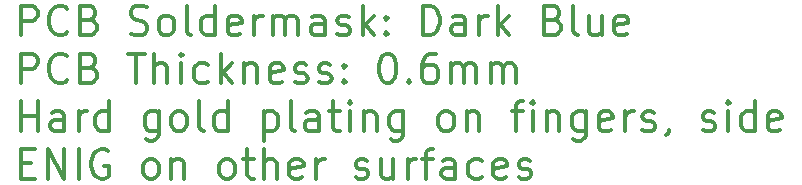
<source format=gbr>
G04 #@! TF.GenerationSoftware,KiCad,Pcbnew,(5.0.1)-3*
G04 #@! TF.CreationDate,2019-04-09T12:58:51+08:00*
G04 #@! TF.ProjectId,tomu-fpga,746F6D752D667067612E6B696361645F,rev?*
G04 #@! TF.SameCoordinates,Original*
G04 #@! TF.FileFunction,Other,ECO1*
%FSLAX45Y45*%
G04 Gerber Fmt 4.5, Leading zero omitted, Abs format (unit mm)*
G04 Created by KiCad (PCBNEW (5.0.1)-3) date 04/09/19 12:58:51*
%MOMM*%
%LPD*%
G01*
G04 APERTURE LIST*
%ADD10C,0.300000*%
G04 APERTURE END LIST*
D10*
X1734024Y-3250595D02*
X1734024Y-3000595D01*
X1829262Y-3000595D01*
X1853071Y-3012500D01*
X1864976Y-3024405D01*
X1876881Y-3048214D01*
X1876881Y-3083928D01*
X1864976Y-3107738D01*
X1853071Y-3119643D01*
X1829262Y-3131548D01*
X1734024Y-3131548D01*
X2126881Y-3226786D02*
X2114976Y-3238690D01*
X2079262Y-3250595D01*
X2055452Y-3250595D01*
X2019738Y-3238690D01*
X1995928Y-3214881D01*
X1984024Y-3191071D01*
X1972119Y-3143452D01*
X1972119Y-3107738D01*
X1984024Y-3060119D01*
X1995928Y-3036309D01*
X2019738Y-3012500D01*
X2055452Y-3000595D01*
X2079262Y-3000595D01*
X2114976Y-3012500D01*
X2126881Y-3024405D01*
X2317357Y-3119643D02*
X2353071Y-3131548D01*
X2364976Y-3143452D01*
X2376881Y-3167262D01*
X2376881Y-3202976D01*
X2364976Y-3226786D01*
X2353071Y-3238690D01*
X2329262Y-3250595D01*
X2234024Y-3250595D01*
X2234024Y-3000595D01*
X2317357Y-3000595D01*
X2341167Y-3012500D01*
X2353071Y-3024405D01*
X2364976Y-3048214D01*
X2364976Y-3072024D01*
X2353071Y-3095833D01*
X2341167Y-3107738D01*
X2317357Y-3119643D01*
X2234024Y-3119643D01*
X2662595Y-3238690D02*
X2698310Y-3250595D01*
X2757833Y-3250595D01*
X2781643Y-3238690D01*
X2793548Y-3226786D01*
X2805452Y-3202976D01*
X2805452Y-3179167D01*
X2793548Y-3155357D01*
X2781643Y-3143452D01*
X2757833Y-3131548D01*
X2710214Y-3119643D01*
X2686405Y-3107738D01*
X2674500Y-3095833D01*
X2662595Y-3072024D01*
X2662595Y-3048214D01*
X2674500Y-3024405D01*
X2686405Y-3012500D01*
X2710214Y-3000595D01*
X2769738Y-3000595D01*
X2805452Y-3012500D01*
X2948309Y-3250595D02*
X2924500Y-3238690D01*
X2912595Y-3226786D01*
X2900690Y-3202976D01*
X2900690Y-3131548D01*
X2912595Y-3107738D01*
X2924500Y-3095833D01*
X2948309Y-3083928D01*
X2984024Y-3083928D01*
X3007833Y-3095833D01*
X3019738Y-3107738D01*
X3031643Y-3131548D01*
X3031643Y-3202976D01*
X3019738Y-3226786D01*
X3007833Y-3238690D01*
X2984024Y-3250595D01*
X2948309Y-3250595D01*
X3174500Y-3250595D02*
X3150690Y-3238690D01*
X3138786Y-3214881D01*
X3138786Y-3000595D01*
X3376881Y-3250595D02*
X3376881Y-3000595D01*
X3376881Y-3238690D02*
X3353071Y-3250595D01*
X3305452Y-3250595D01*
X3281643Y-3238690D01*
X3269738Y-3226786D01*
X3257833Y-3202976D01*
X3257833Y-3131548D01*
X3269738Y-3107738D01*
X3281643Y-3095833D01*
X3305452Y-3083928D01*
X3353071Y-3083928D01*
X3376881Y-3095833D01*
X3591167Y-3238690D02*
X3567357Y-3250595D01*
X3519738Y-3250595D01*
X3495928Y-3238690D01*
X3484024Y-3214881D01*
X3484024Y-3119643D01*
X3495928Y-3095833D01*
X3519738Y-3083928D01*
X3567357Y-3083928D01*
X3591167Y-3095833D01*
X3603071Y-3119643D01*
X3603071Y-3143452D01*
X3484024Y-3167262D01*
X3710214Y-3250595D02*
X3710214Y-3083928D01*
X3710214Y-3131548D02*
X3722119Y-3107738D01*
X3734024Y-3095833D01*
X3757833Y-3083928D01*
X3781643Y-3083928D01*
X3864976Y-3250595D02*
X3864976Y-3083928D01*
X3864976Y-3107738D02*
X3876881Y-3095833D01*
X3900690Y-3083928D01*
X3936405Y-3083928D01*
X3960214Y-3095833D01*
X3972119Y-3119643D01*
X3972119Y-3250595D01*
X3972119Y-3119643D02*
X3984024Y-3095833D01*
X4007833Y-3083928D01*
X4043548Y-3083928D01*
X4067357Y-3095833D01*
X4079262Y-3119643D01*
X4079262Y-3250595D01*
X4305452Y-3250595D02*
X4305452Y-3119643D01*
X4293548Y-3095833D01*
X4269738Y-3083928D01*
X4222119Y-3083928D01*
X4198310Y-3095833D01*
X4305452Y-3238690D02*
X4281643Y-3250595D01*
X4222119Y-3250595D01*
X4198310Y-3238690D01*
X4186405Y-3214881D01*
X4186405Y-3191071D01*
X4198310Y-3167262D01*
X4222119Y-3155357D01*
X4281643Y-3155357D01*
X4305452Y-3143452D01*
X4412595Y-3238690D02*
X4436405Y-3250595D01*
X4484024Y-3250595D01*
X4507833Y-3238690D01*
X4519738Y-3214881D01*
X4519738Y-3202976D01*
X4507833Y-3179167D01*
X4484024Y-3167262D01*
X4448310Y-3167262D01*
X4424500Y-3155357D01*
X4412595Y-3131548D01*
X4412595Y-3119643D01*
X4424500Y-3095833D01*
X4448310Y-3083928D01*
X4484024Y-3083928D01*
X4507833Y-3095833D01*
X4626881Y-3250595D02*
X4626881Y-3000595D01*
X4650690Y-3155357D02*
X4722119Y-3250595D01*
X4722119Y-3083928D02*
X4626881Y-3179167D01*
X4829262Y-3226786D02*
X4841167Y-3238690D01*
X4829262Y-3250595D01*
X4817357Y-3238690D01*
X4829262Y-3226786D01*
X4829262Y-3250595D01*
X4829262Y-3095833D02*
X4841167Y-3107738D01*
X4829262Y-3119643D01*
X4817357Y-3107738D01*
X4829262Y-3095833D01*
X4829262Y-3119643D01*
X5138786Y-3250595D02*
X5138786Y-3000595D01*
X5198310Y-3000595D01*
X5234024Y-3012500D01*
X5257833Y-3036309D01*
X5269738Y-3060119D01*
X5281643Y-3107738D01*
X5281643Y-3143452D01*
X5269738Y-3191071D01*
X5257833Y-3214881D01*
X5234024Y-3238690D01*
X5198310Y-3250595D01*
X5138786Y-3250595D01*
X5495929Y-3250595D02*
X5495929Y-3119643D01*
X5484024Y-3095833D01*
X5460214Y-3083928D01*
X5412595Y-3083928D01*
X5388786Y-3095833D01*
X5495929Y-3238690D02*
X5472119Y-3250595D01*
X5412595Y-3250595D01*
X5388786Y-3238690D01*
X5376881Y-3214881D01*
X5376881Y-3191071D01*
X5388786Y-3167262D01*
X5412595Y-3155357D01*
X5472119Y-3155357D01*
X5495929Y-3143452D01*
X5614976Y-3250595D02*
X5614976Y-3083928D01*
X5614976Y-3131548D02*
X5626881Y-3107738D01*
X5638786Y-3095833D01*
X5662595Y-3083928D01*
X5686405Y-3083928D01*
X5769738Y-3250595D02*
X5769738Y-3000595D01*
X5793548Y-3155357D02*
X5864976Y-3250595D01*
X5864976Y-3083928D02*
X5769738Y-3179167D01*
X6245928Y-3119643D02*
X6281643Y-3131548D01*
X6293548Y-3143452D01*
X6305452Y-3167262D01*
X6305452Y-3202976D01*
X6293548Y-3226786D01*
X6281643Y-3238690D01*
X6257833Y-3250595D01*
X6162595Y-3250595D01*
X6162595Y-3000595D01*
X6245928Y-3000595D01*
X6269738Y-3012500D01*
X6281643Y-3024405D01*
X6293548Y-3048214D01*
X6293548Y-3072024D01*
X6281643Y-3095833D01*
X6269738Y-3107738D01*
X6245928Y-3119643D01*
X6162595Y-3119643D01*
X6448309Y-3250595D02*
X6424500Y-3238690D01*
X6412595Y-3214881D01*
X6412595Y-3000595D01*
X6650690Y-3083928D02*
X6650690Y-3250595D01*
X6543548Y-3083928D02*
X6543548Y-3214881D01*
X6555452Y-3238690D01*
X6579262Y-3250595D01*
X6614976Y-3250595D01*
X6638786Y-3238690D01*
X6650690Y-3226786D01*
X6864976Y-3238690D02*
X6841167Y-3250595D01*
X6793548Y-3250595D01*
X6769738Y-3238690D01*
X6757833Y-3214881D01*
X6757833Y-3119643D01*
X6769738Y-3095833D01*
X6793548Y-3083928D01*
X6841167Y-3083928D01*
X6864976Y-3095833D01*
X6876881Y-3119643D01*
X6876881Y-3143452D01*
X6757833Y-3167262D01*
X1734024Y-3655595D02*
X1734024Y-3405595D01*
X1829262Y-3405595D01*
X1853071Y-3417500D01*
X1864976Y-3429405D01*
X1876881Y-3453214D01*
X1876881Y-3488928D01*
X1864976Y-3512738D01*
X1853071Y-3524643D01*
X1829262Y-3536548D01*
X1734024Y-3536548D01*
X2126881Y-3631786D02*
X2114976Y-3643690D01*
X2079262Y-3655595D01*
X2055452Y-3655595D01*
X2019738Y-3643690D01*
X1995928Y-3619881D01*
X1984024Y-3596071D01*
X1972119Y-3548452D01*
X1972119Y-3512738D01*
X1984024Y-3465119D01*
X1995928Y-3441309D01*
X2019738Y-3417500D01*
X2055452Y-3405595D01*
X2079262Y-3405595D01*
X2114976Y-3417500D01*
X2126881Y-3429405D01*
X2317357Y-3524643D02*
X2353071Y-3536548D01*
X2364976Y-3548452D01*
X2376881Y-3572262D01*
X2376881Y-3607976D01*
X2364976Y-3631786D01*
X2353071Y-3643690D01*
X2329262Y-3655595D01*
X2234024Y-3655595D01*
X2234024Y-3405595D01*
X2317357Y-3405595D01*
X2341167Y-3417500D01*
X2353071Y-3429405D01*
X2364976Y-3453214D01*
X2364976Y-3477024D01*
X2353071Y-3500833D01*
X2341167Y-3512738D01*
X2317357Y-3524643D01*
X2234024Y-3524643D01*
X2638786Y-3405595D02*
X2781643Y-3405595D01*
X2710214Y-3655595D02*
X2710214Y-3405595D01*
X2864976Y-3655595D02*
X2864976Y-3405595D01*
X2972119Y-3655595D02*
X2972119Y-3524643D01*
X2960214Y-3500833D01*
X2936405Y-3488928D01*
X2900690Y-3488928D01*
X2876881Y-3500833D01*
X2864976Y-3512738D01*
X3091167Y-3655595D02*
X3091167Y-3488928D01*
X3091167Y-3405595D02*
X3079262Y-3417500D01*
X3091167Y-3429405D01*
X3103071Y-3417500D01*
X3091167Y-3405595D01*
X3091167Y-3429405D01*
X3317357Y-3643690D02*
X3293548Y-3655595D01*
X3245928Y-3655595D01*
X3222119Y-3643690D01*
X3210214Y-3631786D01*
X3198309Y-3607976D01*
X3198309Y-3536548D01*
X3210214Y-3512738D01*
X3222119Y-3500833D01*
X3245928Y-3488928D01*
X3293548Y-3488928D01*
X3317357Y-3500833D01*
X3424500Y-3655595D02*
X3424500Y-3405595D01*
X3448309Y-3560357D02*
X3519738Y-3655595D01*
X3519738Y-3488928D02*
X3424500Y-3584167D01*
X3626881Y-3488928D02*
X3626881Y-3655595D01*
X3626881Y-3512738D02*
X3638786Y-3500833D01*
X3662595Y-3488928D01*
X3698309Y-3488928D01*
X3722119Y-3500833D01*
X3734024Y-3524643D01*
X3734024Y-3655595D01*
X3948309Y-3643690D02*
X3924500Y-3655595D01*
X3876881Y-3655595D01*
X3853071Y-3643690D01*
X3841167Y-3619881D01*
X3841167Y-3524643D01*
X3853071Y-3500833D01*
X3876881Y-3488928D01*
X3924500Y-3488928D01*
X3948309Y-3500833D01*
X3960214Y-3524643D01*
X3960214Y-3548452D01*
X3841167Y-3572262D01*
X4055452Y-3643690D02*
X4079262Y-3655595D01*
X4126881Y-3655595D01*
X4150690Y-3643690D01*
X4162595Y-3619881D01*
X4162595Y-3607976D01*
X4150690Y-3584167D01*
X4126881Y-3572262D01*
X4091167Y-3572262D01*
X4067357Y-3560357D01*
X4055452Y-3536548D01*
X4055452Y-3524643D01*
X4067357Y-3500833D01*
X4091167Y-3488928D01*
X4126881Y-3488928D01*
X4150690Y-3500833D01*
X4257833Y-3643690D02*
X4281643Y-3655595D01*
X4329262Y-3655595D01*
X4353071Y-3643690D01*
X4364976Y-3619881D01*
X4364976Y-3607976D01*
X4353071Y-3584167D01*
X4329262Y-3572262D01*
X4293548Y-3572262D01*
X4269738Y-3560357D01*
X4257833Y-3536548D01*
X4257833Y-3524643D01*
X4269738Y-3500833D01*
X4293548Y-3488928D01*
X4329262Y-3488928D01*
X4353071Y-3500833D01*
X4472119Y-3631786D02*
X4484024Y-3643690D01*
X4472119Y-3655595D01*
X4460214Y-3643690D01*
X4472119Y-3631786D01*
X4472119Y-3655595D01*
X4472119Y-3500833D02*
X4484024Y-3512738D01*
X4472119Y-3524643D01*
X4460214Y-3512738D01*
X4472119Y-3500833D01*
X4472119Y-3524643D01*
X4829262Y-3405595D02*
X4853071Y-3405595D01*
X4876881Y-3417500D01*
X4888786Y-3429405D01*
X4900690Y-3453214D01*
X4912595Y-3500833D01*
X4912595Y-3560357D01*
X4900690Y-3607976D01*
X4888786Y-3631786D01*
X4876881Y-3643690D01*
X4853071Y-3655595D01*
X4829262Y-3655595D01*
X4805452Y-3643690D01*
X4793548Y-3631786D01*
X4781643Y-3607976D01*
X4769738Y-3560357D01*
X4769738Y-3500833D01*
X4781643Y-3453214D01*
X4793548Y-3429405D01*
X4805452Y-3417500D01*
X4829262Y-3405595D01*
X5019738Y-3631786D02*
X5031643Y-3643690D01*
X5019738Y-3655595D01*
X5007833Y-3643690D01*
X5019738Y-3631786D01*
X5019738Y-3655595D01*
X5245929Y-3405595D02*
X5198310Y-3405595D01*
X5174500Y-3417500D01*
X5162595Y-3429405D01*
X5138786Y-3465119D01*
X5126881Y-3512738D01*
X5126881Y-3607976D01*
X5138786Y-3631786D01*
X5150690Y-3643690D01*
X5174500Y-3655595D01*
X5222119Y-3655595D01*
X5245929Y-3643690D01*
X5257833Y-3631786D01*
X5269738Y-3607976D01*
X5269738Y-3548452D01*
X5257833Y-3524643D01*
X5245929Y-3512738D01*
X5222119Y-3500833D01*
X5174500Y-3500833D01*
X5150690Y-3512738D01*
X5138786Y-3524643D01*
X5126881Y-3548452D01*
X5376881Y-3655595D02*
X5376881Y-3488928D01*
X5376881Y-3512738D02*
X5388786Y-3500833D01*
X5412595Y-3488928D01*
X5448310Y-3488928D01*
X5472119Y-3500833D01*
X5484024Y-3524643D01*
X5484024Y-3655595D01*
X5484024Y-3524643D02*
X5495929Y-3500833D01*
X5519738Y-3488928D01*
X5555452Y-3488928D01*
X5579262Y-3500833D01*
X5591167Y-3524643D01*
X5591167Y-3655595D01*
X5710214Y-3655595D02*
X5710214Y-3488928D01*
X5710214Y-3512738D02*
X5722119Y-3500833D01*
X5745928Y-3488928D01*
X5781643Y-3488928D01*
X5805452Y-3500833D01*
X5817357Y-3524643D01*
X5817357Y-3655595D01*
X5817357Y-3524643D02*
X5829262Y-3500833D01*
X5853071Y-3488928D01*
X5888786Y-3488928D01*
X5912595Y-3500833D01*
X5924500Y-3524643D01*
X5924500Y-3655595D01*
X1734024Y-4060595D02*
X1734024Y-3810595D01*
X1734024Y-3929643D02*
X1876881Y-3929643D01*
X1876881Y-4060595D02*
X1876881Y-3810595D01*
X2103071Y-4060595D02*
X2103071Y-3929643D01*
X2091167Y-3905833D01*
X2067357Y-3893928D01*
X2019738Y-3893928D01*
X1995928Y-3905833D01*
X2103071Y-4048690D02*
X2079262Y-4060595D01*
X2019738Y-4060595D01*
X1995928Y-4048690D01*
X1984024Y-4024881D01*
X1984024Y-4001071D01*
X1995928Y-3977262D01*
X2019738Y-3965357D01*
X2079262Y-3965357D01*
X2103071Y-3953452D01*
X2222119Y-4060595D02*
X2222119Y-3893928D01*
X2222119Y-3941548D02*
X2234024Y-3917738D01*
X2245929Y-3905833D01*
X2269738Y-3893928D01*
X2293548Y-3893928D01*
X2484024Y-4060595D02*
X2484024Y-3810595D01*
X2484024Y-4048690D02*
X2460214Y-4060595D01*
X2412595Y-4060595D01*
X2388786Y-4048690D01*
X2376881Y-4036786D01*
X2364976Y-4012976D01*
X2364976Y-3941548D01*
X2376881Y-3917738D01*
X2388786Y-3905833D01*
X2412595Y-3893928D01*
X2460214Y-3893928D01*
X2484024Y-3905833D01*
X2900690Y-3893928D02*
X2900690Y-4096309D01*
X2888786Y-4120119D01*
X2876881Y-4132024D01*
X2853071Y-4143928D01*
X2817357Y-4143928D01*
X2793548Y-4132024D01*
X2900690Y-4048690D02*
X2876881Y-4060595D01*
X2829262Y-4060595D01*
X2805452Y-4048690D01*
X2793548Y-4036786D01*
X2781643Y-4012976D01*
X2781643Y-3941548D01*
X2793548Y-3917738D01*
X2805452Y-3905833D01*
X2829262Y-3893928D01*
X2876881Y-3893928D01*
X2900690Y-3905833D01*
X3055452Y-4060595D02*
X3031643Y-4048690D01*
X3019738Y-4036786D01*
X3007833Y-4012976D01*
X3007833Y-3941548D01*
X3019738Y-3917738D01*
X3031643Y-3905833D01*
X3055452Y-3893928D01*
X3091167Y-3893928D01*
X3114976Y-3905833D01*
X3126881Y-3917738D01*
X3138786Y-3941548D01*
X3138786Y-4012976D01*
X3126881Y-4036786D01*
X3114976Y-4048690D01*
X3091167Y-4060595D01*
X3055452Y-4060595D01*
X3281643Y-4060595D02*
X3257833Y-4048690D01*
X3245928Y-4024881D01*
X3245928Y-3810595D01*
X3484024Y-4060595D02*
X3484024Y-3810595D01*
X3484024Y-4048690D02*
X3460214Y-4060595D01*
X3412595Y-4060595D01*
X3388786Y-4048690D01*
X3376881Y-4036786D01*
X3364976Y-4012976D01*
X3364976Y-3941548D01*
X3376881Y-3917738D01*
X3388786Y-3905833D01*
X3412595Y-3893928D01*
X3460214Y-3893928D01*
X3484024Y-3905833D01*
X3793548Y-3893928D02*
X3793548Y-4143928D01*
X3793548Y-3905833D02*
X3817357Y-3893928D01*
X3864976Y-3893928D01*
X3888786Y-3905833D01*
X3900690Y-3917738D01*
X3912595Y-3941548D01*
X3912595Y-4012976D01*
X3900690Y-4036786D01*
X3888786Y-4048690D01*
X3864976Y-4060595D01*
X3817357Y-4060595D01*
X3793548Y-4048690D01*
X4055452Y-4060595D02*
X4031643Y-4048690D01*
X4019738Y-4024881D01*
X4019738Y-3810595D01*
X4257833Y-4060595D02*
X4257833Y-3929643D01*
X4245929Y-3905833D01*
X4222119Y-3893928D01*
X4174500Y-3893928D01*
X4150690Y-3905833D01*
X4257833Y-4048690D02*
X4234024Y-4060595D01*
X4174500Y-4060595D01*
X4150690Y-4048690D01*
X4138786Y-4024881D01*
X4138786Y-4001071D01*
X4150690Y-3977262D01*
X4174500Y-3965357D01*
X4234024Y-3965357D01*
X4257833Y-3953452D01*
X4341167Y-3893928D02*
X4436405Y-3893928D01*
X4376881Y-3810595D02*
X4376881Y-4024881D01*
X4388786Y-4048690D01*
X4412595Y-4060595D01*
X4436405Y-4060595D01*
X4519738Y-4060595D02*
X4519738Y-3893928D01*
X4519738Y-3810595D02*
X4507833Y-3822500D01*
X4519738Y-3834405D01*
X4531643Y-3822500D01*
X4519738Y-3810595D01*
X4519738Y-3834405D01*
X4638786Y-3893928D02*
X4638786Y-4060595D01*
X4638786Y-3917738D02*
X4650690Y-3905833D01*
X4674500Y-3893928D01*
X4710214Y-3893928D01*
X4734024Y-3905833D01*
X4745929Y-3929643D01*
X4745929Y-4060595D01*
X4972119Y-3893928D02*
X4972119Y-4096309D01*
X4960214Y-4120119D01*
X4948310Y-4132024D01*
X4924500Y-4143928D01*
X4888786Y-4143928D01*
X4864976Y-4132024D01*
X4972119Y-4048690D02*
X4948310Y-4060595D01*
X4900690Y-4060595D01*
X4876881Y-4048690D01*
X4864976Y-4036786D01*
X4853071Y-4012976D01*
X4853071Y-3941548D01*
X4864976Y-3917738D01*
X4876881Y-3905833D01*
X4900690Y-3893928D01*
X4948310Y-3893928D01*
X4972119Y-3905833D01*
X5317357Y-4060595D02*
X5293548Y-4048690D01*
X5281643Y-4036786D01*
X5269738Y-4012976D01*
X5269738Y-3941548D01*
X5281643Y-3917738D01*
X5293548Y-3905833D01*
X5317357Y-3893928D01*
X5353071Y-3893928D01*
X5376881Y-3905833D01*
X5388786Y-3917738D01*
X5400690Y-3941548D01*
X5400690Y-4012976D01*
X5388786Y-4036786D01*
X5376881Y-4048690D01*
X5353071Y-4060595D01*
X5317357Y-4060595D01*
X5507833Y-3893928D02*
X5507833Y-4060595D01*
X5507833Y-3917738D02*
X5519738Y-3905833D01*
X5543548Y-3893928D01*
X5579262Y-3893928D01*
X5603071Y-3905833D01*
X5614976Y-3929643D01*
X5614976Y-4060595D01*
X5888786Y-3893928D02*
X5984024Y-3893928D01*
X5924500Y-4060595D02*
X5924500Y-3846309D01*
X5936405Y-3822500D01*
X5960214Y-3810595D01*
X5984024Y-3810595D01*
X6067357Y-4060595D02*
X6067357Y-3893928D01*
X6067357Y-3810595D02*
X6055452Y-3822500D01*
X6067357Y-3834405D01*
X6079262Y-3822500D01*
X6067357Y-3810595D01*
X6067357Y-3834405D01*
X6186405Y-3893928D02*
X6186405Y-4060595D01*
X6186405Y-3917738D02*
X6198309Y-3905833D01*
X6222119Y-3893928D01*
X6257833Y-3893928D01*
X6281643Y-3905833D01*
X6293548Y-3929643D01*
X6293548Y-4060595D01*
X6519738Y-3893928D02*
X6519738Y-4096309D01*
X6507833Y-4120119D01*
X6495928Y-4132024D01*
X6472119Y-4143928D01*
X6436405Y-4143928D01*
X6412595Y-4132024D01*
X6519738Y-4048690D02*
X6495928Y-4060595D01*
X6448309Y-4060595D01*
X6424500Y-4048690D01*
X6412595Y-4036786D01*
X6400690Y-4012976D01*
X6400690Y-3941548D01*
X6412595Y-3917738D01*
X6424500Y-3905833D01*
X6448309Y-3893928D01*
X6495928Y-3893928D01*
X6519738Y-3905833D01*
X6734024Y-4048690D02*
X6710214Y-4060595D01*
X6662595Y-4060595D01*
X6638786Y-4048690D01*
X6626881Y-4024881D01*
X6626881Y-3929643D01*
X6638786Y-3905833D01*
X6662595Y-3893928D01*
X6710214Y-3893928D01*
X6734024Y-3905833D01*
X6745928Y-3929643D01*
X6745928Y-3953452D01*
X6626881Y-3977262D01*
X6853071Y-4060595D02*
X6853071Y-3893928D01*
X6853071Y-3941548D02*
X6864976Y-3917738D01*
X6876881Y-3905833D01*
X6900690Y-3893928D01*
X6924500Y-3893928D01*
X6995928Y-4048690D02*
X7019738Y-4060595D01*
X7067357Y-4060595D01*
X7091167Y-4048690D01*
X7103071Y-4024881D01*
X7103071Y-4012976D01*
X7091167Y-3989167D01*
X7067357Y-3977262D01*
X7031643Y-3977262D01*
X7007833Y-3965357D01*
X6995928Y-3941548D01*
X6995928Y-3929643D01*
X7007833Y-3905833D01*
X7031643Y-3893928D01*
X7067357Y-3893928D01*
X7091167Y-3905833D01*
X7222119Y-4048690D02*
X7222119Y-4060595D01*
X7210214Y-4084405D01*
X7198309Y-4096309D01*
X7507833Y-4048690D02*
X7531643Y-4060595D01*
X7579262Y-4060595D01*
X7603071Y-4048690D01*
X7614976Y-4024881D01*
X7614976Y-4012976D01*
X7603071Y-3989167D01*
X7579262Y-3977262D01*
X7543548Y-3977262D01*
X7519738Y-3965357D01*
X7507833Y-3941548D01*
X7507833Y-3929643D01*
X7519738Y-3905833D01*
X7543548Y-3893928D01*
X7579262Y-3893928D01*
X7603071Y-3905833D01*
X7722119Y-4060595D02*
X7722119Y-3893928D01*
X7722119Y-3810595D02*
X7710214Y-3822500D01*
X7722119Y-3834405D01*
X7734024Y-3822500D01*
X7722119Y-3810595D01*
X7722119Y-3834405D01*
X7948309Y-4060595D02*
X7948309Y-3810595D01*
X7948309Y-4048690D02*
X7924500Y-4060595D01*
X7876881Y-4060595D01*
X7853071Y-4048690D01*
X7841167Y-4036786D01*
X7829262Y-4012976D01*
X7829262Y-3941548D01*
X7841167Y-3917738D01*
X7853071Y-3905833D01*
X7876881Y-3893928D01*
X7924500Y-3893928D01*
X7948309Y-3905833D01*
X8162595Y-4048690D02*
X8138786Y-4060595D01*
X8091167Y-4060595D01*
X8067357Y-4048690D01*
X8055452Y-4024881D01*
X8055452Y-3929643D01*
X8067357Y-3905833D01*
X8091167Y-3893928D01*
X8138786Y-3893928D01*
X8162595Y-3905833D01*
X8174500Y-3929643D01*
X8174500Y-3953452D01*
X8055452Y-3977262D01*
X1734024Y-4334643D02*
X1817357Y-4334643D01*
X1853071Y-4465595D02*
X1734024Y-4465595D01*
X1734024Y-4215595D01*
X1853071Y-4215595D01*
X1960214Y-4465595D02*
X1960214Y-4215595D01*
X2103071Y-4465595D01*
X2103071Y-4215595D01*
X2222119Y-4465595D02*
X2222119Y-4215595D01*
X2472119Y-4227500D02*
X2448310Y-4215595D01*
X2412595Y-4215595D01*
X2376881Y-4227500D01*
X2353071Y-4251310D01*
X2341167Y-4275119D01*
X2329262Y-4322738D01*
X2329262Y-4358452D01*
X2341167Y-4406071D01*
X2353071Y-4429881D01*
X2376881Y-4453690D01*
X2412595Y-4465595D01*
X2436405Y-4465595D01*
X2472119Y-4453690D01*
X2484024Y-4441786D01*
X2484024Y-4358452D01*
X2436405Y-4358452D01*
X2817357Y-4465595D02*
X2793548Y-4453690D01*
X2781643Y-4441786D01*
X2769738Y-4417976D01*
X2769738Y-4346548D01*
X2781643Y-4322738D01*
X2793548Y-4310833D01*
X2817357Y-4298929D01*
X2853071Y-4298929D01*
X2876881Y-4310833D01*
X2888786Y-4322738D01*
X2900690Y-4346548D01*
X2900690Y-4417976D01*
X2888786Y-4441786D01*
X2876881Y-4453690D01*
X2853071Y-4465595D01*
X2817357Y-4465595D01*
X3007833Y-4298929D02*
X3007833Y-4465595D01*
X3007833Y-4322738D02*
X3019738Y-4310833D01*
X3043548Y-4298929D01*
X3079262Y-4298929D01*
X3103071Y-4310833D01*
X3114976Y-4334643D01*
X3114976Y-4465595D01*
X3460214Y-4465595D02*
X3436405Y-4453690D01*
X3424500Y-4441786D01*
X3412595Y-4417976D01*
X3412595Y-4346548D01*
X3424500Y-4322738D01*
X3436405Y-4310833D01*
X3460214Y-4298929D01*
X3495928Y-4298929D01*
X3519738Y-4310833D01*
X3531643Y-4322738D01*
X3543548Y-4346548D01*
X3543548Y-4417976D01*
X3531643Y-4441786D01*
X3519738Y-4453690D01*
X3495928Y-4465595D01*
X3460214Y-4465595D01*
X3614976Y-4298929D02*
X3710214Y-4298929D01*
X3650690Y-4215595D02*
X3650690Y-4429881D01*
X3662595Y-4453690D01*
X3686405Y-4465595D01*
X3710214Y-4465595D01*
X3793548Y-4465595D02*
X3793548Y-4215595D01*
X3900690Y-4465595D02*
X3900690Y-4334643D01*
X3888786Y-4310833D01*
X3864976Y-4298929D01*
X3829262Y-4298929D01*
X3805452Y-4310833D01*
X3793548Y-4322738D01*
X4114976Y-4453690D02*
X4091167Y-4465595D01*
X4043548Y-4465595D01*
X4019738Y-4453690D01*
X4007833Y-4429881D01*
X4007833Y-4334643D01*
X4019738Y-4310833D01*
X4043548Y-4298929D01*
X4091167Y-4298929D01*
X4114976Y-4310833D01*
X4126881Y-4334643D01*
X4126881Y-4358452D01*
X4007833Y-4382262D01*
X4234024Y-4465595D02*
X4234024Y-4298929D01*
X4234024Y-4346548D02*
X4245929Y-4322738D01*
X4257833Y-4310833D01*
X4281643Y-4298929D01*
X4305452Y-4298929D01*
X4567357Y-4453690D02*
X4591167Y-4465595D01*
X4638786Y-4465595D01*
X4662595Y-4453690D01*
X4674500Y-4429881D01*
X4674500Y-4417976D01*
X4662595Y-4394167D01*
X4638786Y-4382262D01*
X4603071Y-4382262D01*
X4579262Y-4370357D01*
X4567357Y-4346548D01*
X4567357Y-4334643D01*
X4579262Y-4310833D01*
X4603071Y-4298929D01*
X4638786Y-4298929D01*
X4662595Y-4310833D01*
X4888786Y-4298929D02*
X4888786Y-4465595D01*
X4781643Y-4298929D02*
X4781643Y-4429881D01*
X4793548Y-4453690D01*
X4817357Y-4465595D01*
X4853071Y-4465595D01*
X4876881Y-4453690D01*
X4888786Y-4441786D01*
X5007833Y-4465595D02*
X5007833Y-4298929D01*
X5007833Y-4346548D02*
X5019738Y-4322738D01*
X5031643Y-4310833D01*
X5055452Y-4298929D01*
X5079262Y-4298929D01*
X5126881Y-4298929D02*
X5222119Y-4298929D01*
X5162595Y-4465595D02*
X5162595Y-4251310D01*
X5174500Y-4227500D01*
X5198310Y-4215595D01*
X5222119Y-4215595D01*
X5412595Y-4465595D02*
X5412595Y-4334643D01*
X5400690Y-4310833D01*
X5376881Y-4298929D01*
X5329262Y-4298929D01*
X5305452Y-4310833D01*
X5412595Y-4453690D02*
X5388786Y-4465595D01*
X5329262Y-4465595D01*
X5305452Y-4453690D01*
X5293548Y-4429881D01*
X5293548Y-4406071D01*
X5305452Y-4382262D01*
X5329262Y-4370357D01*
X5388786Y-4370357D01*
X5412595Y-4358452D01*
X5638786Y-4453690D02*
X5614976Y-4465595D01*
X5567357Y-4465595D01*
X5543548Y-4453690D01*
X5531643Y-4441786D01*
X5519738Y-4417976D01*
X5519738Y-4346548D01*
X5531643Y-4322738D01*
X5543548Y-4310833D01*
X5567357Y-4298929D01*
X5614976Y-4298929D01*
X5638786Y-4310833D01*
X5841167Y-4453690D02*
X5817357Y-4465595D01*
X5769738Y-4465595D01*
X5745928Y-4453690D01*
X5734024Y-4429881D01*
X5734024Y-4334643D01*
X5745928Y-4310833D01*
X5769738Y-4298929D01*
X5817357Y-4298929D01*
X5841167Y-4310833D01*
X5853071Y-4334643D01*
X5853071Y-4358452D01*
X5734024Y-4382262D01*
X5948309Y-4453690D02*
X5972119Y-4465595D01*
X6019738Y-4465595D01*
X6043548Y-4453690D01*
X6055452Y-4429881D01*
X6055452Y-4417976D01*
X6043548Y-4394167D01*
X6019738Y-4382262D01*
X5984024Y-4382262D01*
X5960214Y-4370357D01*
X5948309Y-4346548D01*
X5948309Y-4334643D01*
X5960214Y-4310833D01*
X5984024Y-4298929D01*
X6019738Y-4298929D01*
X6043548Y-4310833D01*
M02*

</source>
